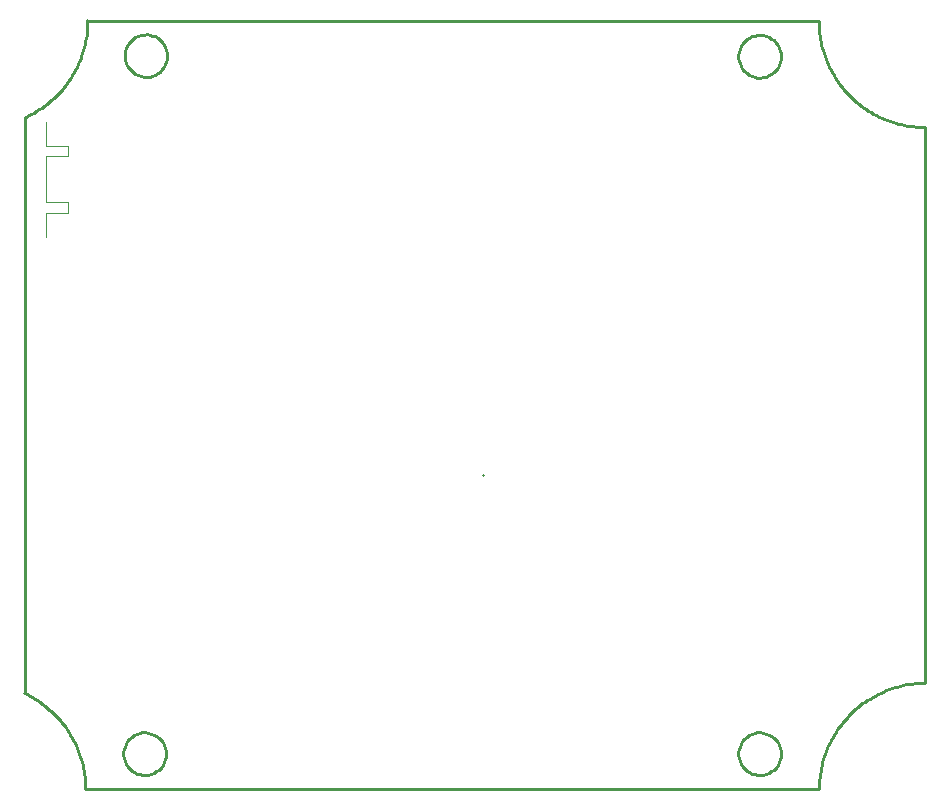
<source format=gm1>
%FSTAX23Y23*%
%MOIN*%
%SFA1B1*%

%IPPOS*%
%ADD103C,0.010000*%
%ADD104C,0.000000*%
%LNtcs-1900-1*%
%LPD*%
G54D103*
X0139Y04293D02*
X0139Y04303D01*
X01388Y04312*
X01384Y04322*
X0138Y0433*
X01374Y04338*
X01367Y04345*
X01359Y04352*
X01351Y04357*
X01341Y0436*
X01332Y04363*
X01322Y04364*
X01312Y04363*
X01302Y04362*
X01293Y04359*
X01284Y04354*
X01276Y04349*
X01269Y04342*
X01262Y04334*
X01257Y04326*
X01253Y04317*
X0125Y04308*
X01249Y04298*
Y04288*
X0125Y04278*
X01253Y04269*
X01257Y0426*
X01262Y04251*
X01269Y04244*
X01276Y04237*
X01284Y04231*
X01293Y04227*
X01302Y04224*
X01312Y04222*
X01322Y04222*
X01332Y04223*
X01341Y04225*
X01351Y04229*
X01359Y04234*
X01367Y0424*
X01374Y04247*
X0138Y04255*
X01384Y04264*
X01388Y04273*
X0139Y04283*
X0139Y04293*
X03915Y02202D02*
X03905Y02202D01*
X03895Y02202*
X03885Y02201*
X03875Y022*
X03865Y02198*
X03855Y02197*
X03845Y02195*
X03835Y02192*
X03825Y0219*
X03816Y02187*
X03806Y02184*
X03797Y02181*
X03787Y02177*
X03778Y02173*
X03769Y02169*
X0376Y02165*
X03751Y0216*
X03742Y02155*
X03733Y0215*
X03725Y02145*
X03716Y02139*
X03708Y02134*
X037Y02127*
X03692Y02121*
X03685Y02115*
X03677Y02108*
X0367Y02101*
X03663Y02094*
X03656Y02086*
X03649Y02079*
X03643Y02071*
X03636Y02063*
X0363Y02055*
X03625Y02047*
X03619Y02039*
X03614Y0203*
X03609Y02021*
X03604Y02012*
X03599Y02003*
X03595Y01994*
X03591Y01985*
X03587Y01976*
X03584Y01966*
X03581Y01957*
X03578Y01947*
X03575Y01938*
X03573Y01928*
X0357Y01918*
X03569Y01908*
X03567Y01898*
X03566Y01888*
X03565Y01878*
X03564Y01868*
X03564Y01858*
X03563Y01848*
X03562Y04409D02*
X03563Y04399D01*
X03563Y04389*
X03564Y04379*
X03565Y04369*
X03566Y04359*
X03568Y0435*
X03569Y0434*
X03571Y0433*
X03574Y0432*
X03576Y04311*
X03579Y04301*
X03582Y04292*
X03586Y04283*
X03589Y04273*
X03593Y04264*
X03598Y04255*
X03602Y04246*
X03607Y04238*
X03612Y04229*
X03617Y0422*
X03622Y04212*
X03628Y04204*
X03634Y04196*
X0364Y04188*
X03646Y0418*
X03653Y04173*
X03659Y04166*
X03666Y04158*
X03673Y04151*
X03681Y04145*
X03688Y04138*
X03696Y04132*
X03704Y04126*
X03712Y0412*
X0372Y04114*
X03728Y04109*
X03737Y04104*
X03745Y04099*
X03754Y04094*
X03763Y0409*
X03772Y04086*
X03781Y04082*
X0379Y04078*
X038Y04075*
X03809Y04071*
X03819Y04068*
X03828Y04066*
X03838Y04064*
X03848Y04061*
X03857Y0406*
X03867Y04058*
X03877Y04057*
X03887Y04056*
X03897Y04055*
X03907Y04055*
X03917Y04055*
X0092Y04089D02*
X00929Y04094D01*
X00938Y04098*
X00947Y04103*
X00955Y04108*
X00964Y04114*
X00972Y04119*
X00981Y04125*
X00989Y04131*
X00996Y04137*
X01004Y04144*
X01012Y04151*
X01019Y04158*
X01026Y04165*
X01033Y04172*
X0104Y0418*
X01046Y04187*
X01052Y04195*
X01058Y04203*
X01064Y04212*
X0107Y0422*
X01075Y04229*
X0108Y04237*
X01085Y04246*
X01089Y04255*
X01094Y04264*
X01098Y04274*
X01102Y04283*
X01105Y04292*
X01108Y04302*
X01111Y04311*
X01114Y04321*
X01116Y04331*
X01118Y04341*
X0112Y04351*
X01122Y04361*
X01123Y04371*
X01124Y04381*
X01125Y04391*
X01125Y04401*
X01125Y04411*
X01118Y01848D02*
X01118Y01858D01*
X01118Y01868*
X01117Y01878*
X01116Y01888*
X01115Y01898*
X01113Y01908*
X01111Y01918*
X01109Y01927*
X01107Y01937*
X01104Y01947*
X01101Y01956*
X01098Y01966*
X01094Y01975*
X01091Y01984*
X01087Y01994*
X01082Y02003*
X01078Y02012*
X01073Y0202*
X01068Y02029*
X01063Y02038*
X01057Y02046*
X01052Y02054*
X01046Y02062*
X01039Y0207*
X01033Y02078*
X01026Y02085*
X01019Y02093*
X01012Y021*
X01005Y02107*
X00998Y02113*
X0099Y0212*
X00982Y02126*
X00974Y02132*
X00966Y02138*
X00958Y02144*
X00949Y02149*
X00941Y02154*
X00932Y02159*
X00923Y02164*
X00914Y02168*
X03437Y01966D02*
X03436Y01976D01*
X03434Y01986*
X0343Y01995*
X03426Y02004*
X0342Y02012*
X03413Y02019*
X03405Y02025*
X03397Y0203*
X03388Y02033*
X03378Y02036*
X03368Y02037*
X03358Y02037*
X03349Y02035*
X03339Y02032*
X0333Y02027*
X03322Y02022*
X03315Y02015*
X03308Y02008*
X03303Y01999*
X03299Y0199*
X03296Y01981*
X03295Y01971*
Y01961*
X03296Y01951*
X03299Y01942*
X03303Y01933*
X03308Y01924*
X03315Y01917*
X03322Y0191*
X0333Y01905*
X03339Y019*
X03349Y01897*
X03358Y01896*
X03368Y01895*
X03378Y01896*
X03388Y01899*
X03397Y01902*
X03405Y01907*
X03413Y01913*
X0342Y0192*
X03426Y01928*
X0343Y01937*
X03434Y01947*
X03436Y01956*
X03437Y01966*
X01387D02*
X01386Y01976D01*
X01384Y01986*
X0138Y01995*
X01376Y02004*
X0137Y02012*
X01363Y02019*
X01355Y02025*
X01347Y0203*
X01338Y02033*
X01328Y02036*
X01318Y02037*
X01308Y02037*
X01299Y02035*
X01289Y02032*
X0128Y02027*
X01272Y02022*
X01265Y02015*
X01258Y02008*
X01253Y01999*
X01249Y0199*
X01246Y01981*
X01245Y01971*
Y01961*
X01246Y01951*
X01249Y01942*
X01253Y01933*
X01258Y01924*
X01265Y01917*
X01272Y0191*
X0128Y01905*
X01289Y019*
X01299Y01897*
X01308Y01896*
X01318Y01895*
X01328Y01896*
X01338Y01899*
X01347Y01902*
X01355Y01907*
X01363Y01913*
X0137Y0192*
X01376Y01928*
X0138Y01937*
X01384Y01947*
X01386Y01956*
X01387Y01966*
X03437Y04291D02*
X03436Y04301D01*
X03434Y0431*
X0343Y0432*
X03426Y04328*
X0342Y04336*
X03413Y04344*
X03405Y0435*
X03397Y04355*
X03388Y04358*
X03378Y04361*
X03368Y04362*
X03358Y04361*
X03349Y0436*
X03339Y04357*
X0333Y04352*
X03322Y04347*
X03315Y0434*
X03308Y04332*
X03303Y04324*
X03299Y04315*
X03296Y04306*
X03295Y04296*
Y04286*
X03296Y04276*
X03299Y04267*
X03303Y04258*
X03308Y04249*
X03315Y04242*
X03322Y04235*
X0333Y04229*
X03339Y04225*
X03349Y04222*
X03358Y0422*
X03368Y0422*
X03378Y04221*
X03388Y04223*
X03397Y04227*
X03405Y04232*
X03413Y04238*
X0342Y04245*
X03426Y04253*
X0343Y04262*
X03434Y04271*
X03436Y04281*
X03437Y04291*
X03917Y02202D02*
Y04055D01*
X00918Y04088D02*
Y02172D01*
X02442Y02894D02*
X02443Y02895D01*
X01121Y01848D02*
X03563D01*
X01122Y04409D02*
X03562D01*
G54D104*
X00986Y03991D02*
Y04073D01*
Y03991D02*
X0106D01*
Y03957D02*
Y03991D01*
X00986Y03957D02*
X0106D01*
X00986Y03804D02*
Y03957D01*
Y03804D02*
X0106D01*
Y0377D02*
Y03804D01*
X00986Y0377D02*
X0106D01*
X00986Y03687D02*
Y0377D01*
M02*
</source>
